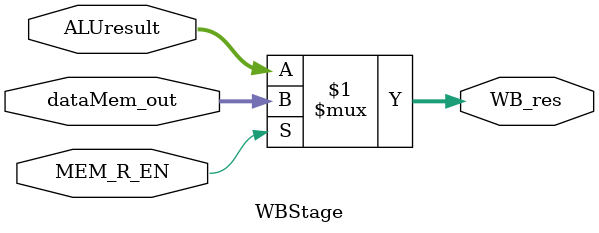
<source format=v>
module MemoryStage (clk, reset, MEM_R_EN, MEM_W_EN, ALU_result, ST_value, dataMem_out);

  input clk, reset, MEM_R_EN, MEM_W_EN;
  input [31:0] ALU_result, ST_value;
  output [31:0]  dataMem_out;

  DataMemory DataMemory (
    .clk(clk),
    .reset(reset),
    .MemWrite(MEM_W_EN),
    .Memread(MEM_R_EN),
    .address(ALU_result),
    .writeData(ST_value), //reg of stage value
    .readData(dataMem_out)
  );
endmodule

module WBStage (MEM_R_EN, dataMem_out, ALUresult, WB_res);
  input MEM_R_EN;
  input [31:0] dataMem_out, ALUresult;
  output [31:0] WB_res;

  assign WB_res = (MEM_R_EN) ? dataMem_out : ALUresult;
endmodule // WBStage
</source>
